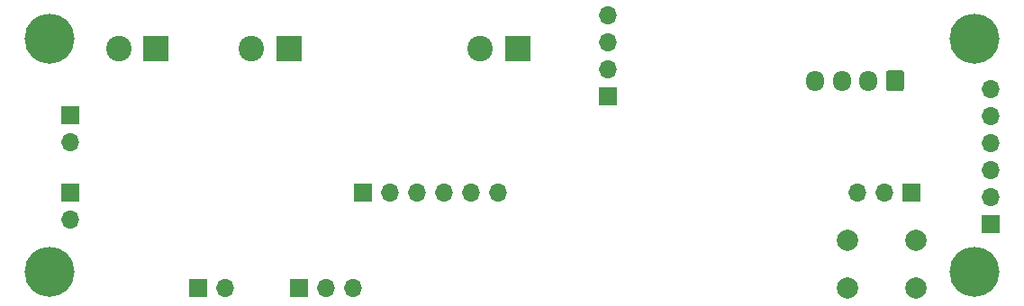
<source format=gbr>
G04 #@! TF.GenerationSoftware,KiCad,Pcbnew,5.1.10-88a1d61d58~90~ubuntu21.04.1*
G04 #@! TF.CreationDate,2021-09-07T11:54:35+02:00*
G04 #@! TF.ProjectId,DccDecoder,44636344-6563-46f6-9465-722e6b696361,rev?*
G04 #@! TF.SameCoordinates,Original*
G04 #@! TF.FileFunction,Soldermask,Bot*
G04 #@! TF.FilePolarity,Negative*
%FSLAX46Y46*%
G04 Gerber Fmt 4.6, Leading zero omitted, Abs format (unit mm)*
G04 Created by KiCad (PCBNEW 5.1.10-88a1d61d58~90~ubuntu21.04.1) date 2021-09-07 11:54:35*
%MOMM*%
%LPD*%
G01*
G04 APERTURE LIST*
%ADD10O,1.700000X1.700000*%
%ADD11R,1.700000X1.700000*%
%ADD12C,4.700000*%
%ADD13C,2.000000*%
%ADD14R,2.400000X2.400000*%
%ADD15C,2.400000*%
%ADD16O,1.700000X1.950000*%
G04 APERTURE END LIST*
D10*
X81500000Y-41880000D03*
X81500000Y-44420000D03*
X81500000Y-46960000D03*
D11*
X81500000Y-49500000D03*
D10*
X45540000Y-67500000D03*
D11*
X43000000Y-67500000D03*
D10*
X57540000Y-67500000D03*
X55000000Y-67500000D03*
D11*
X52460000Y-67500000D03*
D10*
X31000000Y-61040000D03*
D11*
X31000000Y-58500000D03*
D10*
X30995000Y-53755000D03*
D11*
X30995000Y-51215000D03*
X110000000Y-58500000D03*
D10*
X107460000Y-58500000D03*
X104920000Y-58500000D03*
X117500000Y-48800000D03*
X117500000Y-51340000D03*
X117500000Y-53880000D03*
X117500000Y-56420000D03*
X117500000Y-58960000D03*
D11*
X117500000Y-61500000D03*
X58500000Y-58500000D03*
D10*
X61040000Y-58500000D03*
X63580000Y-58500000D03*
X66120000Y-58500000D03*
X68660000Y-58500000D03*
X71200000Y-58500000D03*
D12*
X116000000Y-66000000D03*
X29000000Y-66000000D03*
X29000000Y-44000000D03*
X116000000Y-44000000D03*
D13*
X104000000Y-67500000D03*
X104000000Y-63000000D03*
X110500000Y-67500000D03*
X110500000Y-63000000D03*
D14*
X39000000Y-45000000D03*
D15*
X35500000Y-45000000D03*
D14*
X73000000Y-45000000D03*
D15*
X69500000Y-45000000D03*
D14*
X51500000Y-45000000D03*
D15*
X48000000Y-45000000D03*
D16*
X101000000Y-48000000D03*
X103500000Y-48000000D03*
X106000000Y-48000000D03*
G36*
G01*
X109350000Y-47275000D02*
X109350000Y-48725000D01*
G75*
G02*
X109100000Y-48975000I-250000J0D01*
G01*
X107900000Y-48975000D01*
G75*
G02*
X107650000Y-48725000I0J250000D01*
G01*
X107650000Y-47275000D01*
G75*
G02*
X107900000Y-47025000I250000J0D01*
G01*
X109100000Y-47025000D01*
G75*
G02*
X109350000Y-47275000I0J-250000D01*
G01*
G37*
M02*

</source>
